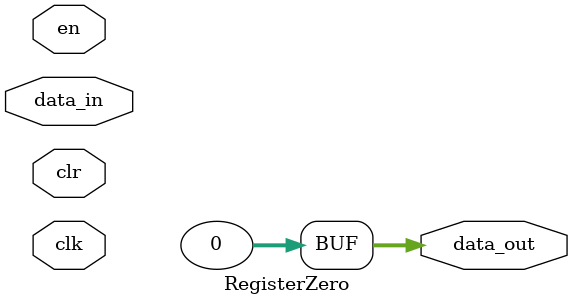
<source format=v>
module RegisterZero(data_in, clk, en, clr, data_out);
	input [31:0] data_in;
	input clk, en, clr;
	output [31:0] data_out;
	
	assign data_out = 32'b0;
endmodule 
</source>
